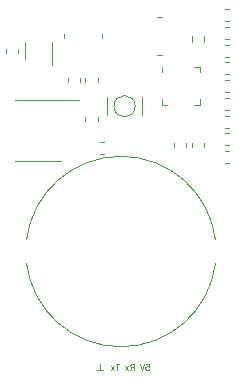
<source format=gbr>
G04 #@! TF.GenerationSoftware,KiCad,Pcbnew,(5.1.9)-1*
G04 #@! TF.CreationDate,2021-05-26T02:25:09+02:00*
G04 #@! TF.ProjectId,Omamori,4f6d616d-6f72-4692-9e6b-696361645f70,rev?*
G04 #@! TF.SameCoordinates,Original*
G04 #@! TF.FileFunction,Legend,Bot*
G04 #@! TF.FilePolarity,Positive*
%FSLAX46Y46*%
G04 Gerber Fmt 4.6, Leading zero omitted, Abs format (unit mm)*
G04 Created by KiCad (PCBNEW (5.1.9)-1) date 2021-05-26 02:25:09*
%MOMM*%
%LPD*%
G01*
G04 APERTURE LIST*
%ADD10C,0.120000*%
%ADD11C,0.125000*%
G04 APERTURE END LIST*
D10*
X34171267Y-17510000D02*
X33828733Y-17510000D01*
X34171267Y-16490000D02*
X33828733Y-16490000D01*
X30977500Y-19254724D02*
X30977500Y-18745276D01*
X32022500Y-19254724D02*
X32022500Y-18745276D01*
X26201388Y-24700000D02*
G75*
G03*
X26201388Y-24700000I-901388J0D01*
G01*
X23800000Y-23950000D02*
X23800000Y-25450000D01*
X26800000Y-23950000D02*
X26800000Y-25450000D01*
X23500000Y-47050000D02*
X23000000Y-47050000D01*
X23250000Y-47050000D02*
X23250000Y-46550000D01*
X20150000Y-18950000D02*
X20150000Y-18550000D01*
X23350000Y-18950000D02*
X23350000Y-18550000D01*
X28450000Y-20350000D02*
X28050000Y-20350000D01*
X28450000Y-17150000D02*
X28050000Y-17150000D01*
X21510000Y-22328733D02*
X21510000Y-22671267D01*
X20490000Y-22328733D02*
X20490000Y-22671267D01*
X34171267Y-20510000D02*
X33828733Y-20510000D01*
X34171267Y-19490000D02*
X33828733Y-19490000D01*
X18000000Y-29310000D02*
X16050000Y-29310000D01*
X18000000Y-29310000D02*
X19950000Y-29310000D01*
X18000000Y-24190000D02*
X16050000Y-24190000D01*
X18000000Y-24190000D02*
X21450000Y-24190000D01*
X17000001Y-38000001D02*
G75*
G03*
X32999999Y-37999999I7999999J1000001D01*
G01*
X32999999Y-35999999D02*
G75*
G03*
X17000001Y-36000001I-7999999J-1000001D01*
G01*
X16840000Y-20700000D02*
X16840000Y-19300000D01*
X19160000Y-19300000D02*
X19160000Y-21200000D01*
X33828733Y-22490000D02*
X34171267Y-22490000D01*
X33828733Y-23510000D02*
X34171267Y-23510000D01*
X33828733Y-26990000D02*
X34171267Y-26990000D01*
X33828733Y-28010000D02*
X34171267Y-28010000D01*
X34171267Y-26510000D02*
X33828733Y-26510000D01*
X34171267Y-25490000D02*
X33828733Y-25490000D01*
X33828733Y-23990000D02*
X34171267Y-23990000D01*
X33828733Y-25010000D02*
X34171267Y-25010000D01*
X30510000Y-27828733D02*
X30510000Y-28171267D01*
X29490000Y-27828733D02*
X29490000Y-28171267D01*
X32010000Y-27828733D02*
X32010000Y-28171267D01*
X30990000Y-27828733D02*
X30990000Y-28171267D01*
X34171267Y-29510000D02*
X33828733Y-29510000D01*
X34171267Y-28490000D02*
X33828733Y-28490000D01*
X23571267Y-28710000D02*
X23228733Y-28710000D01*
X23571267Y-27690000D02*
X23228733Y-27690000D01*
X33828733Y-20990000D02*
X34171267Y-20990000D01*
X33828733Y-22010000D02*
X34171267Y-22010000D01*
X16310000Y-19828733D02*
X16310000Y-20171267D01*
X15290000Y-19828733D02*
X15290000Y-20171267D01*
X21990000Y-25971267D02*
X21990000Y-25628733D01*
X23010000Y-25971267D02*
X23010000Y-25628733D01*
X33828733Y-17990000D02*
X34171267Y-17990000D01*
X33828733Y-19010000D02*
X34171267Y-19010000D01*
X23010000Y-22328733D02*
X23010000Y-22671267D01*
X21990000Y-22328733D02*
X21990000Y-22671267D01*
X28440000Y-24085000D02*
X28440000Y-24560000D01*
X28440000Y-24560000D02*
X28915000Y-24560000D01*
X31660000Y-21815000D02*
X31660000Y-21340000D01*
X31660000Y-21340000D02*
X31185000Y-21340000D01*
X31660000Y-24085000D02*
X31660000Y-24560000D01*
X31660000Y-24560000D02*
X31185000Y-24560000D01*
X28440000Y-21815000D02*
X28440000Y-21340000D01*
D11*
X27095238Y-46526190D02*
X27333333Y-46526190D01*
X27357142Y-46764285D01*
X27333333Y-46740476D01*
X27285714Y-46716666D01*
X27166666Y-46716666D01*
X27119047Y-46740476D01*
X27095238Y-46764285D01*
X27071428Y-46811904D01*
X27071428Y-46930952D01*
X27095238Y-46978571D01*
X27119047Y-47002380D01*
X27166666Y-47026190D01*
X27285714Y-47026190D01*
X27333333Y-47002380D01*
X27357142Y-46978571D01*
X26928571Y-46526190D02*
X26761904Y-47026190D01*
X26595238Y-46526190D01*
X24845238Y-46526190D02*
X24559523Y-46526190D01*
X24702380Y-47026190D02*
X24702380Y-46526190D01*
X24440476Y-47026190D02*
X24178571Y-46692857D01*
X24440476Y-46692857D02*
X24178571Y-47026190D01*
X25797619Y-47026190D02*
X25964285Y-46788095D01*
X26083333Y-47026190D02*
X26083333Y-46526190D01*
X25892857Y-46526190D01*
X25845238Y-46550000D01*
X25821428Y-46573809D01*
X25797619Y-46621428D01*
X25797619Y-46692857D01*
X25821428Y-46740476D01*
X25845238Y-46764285D01*
X25892857Y-46788095D01*
X26083333Y-46788095D01*
X25630952Y-47026190D02*
X25369047Y-46692857D01*
X25630952Y-46692857D02*
X25369047Y-47026190D01*
M02*

</source>
